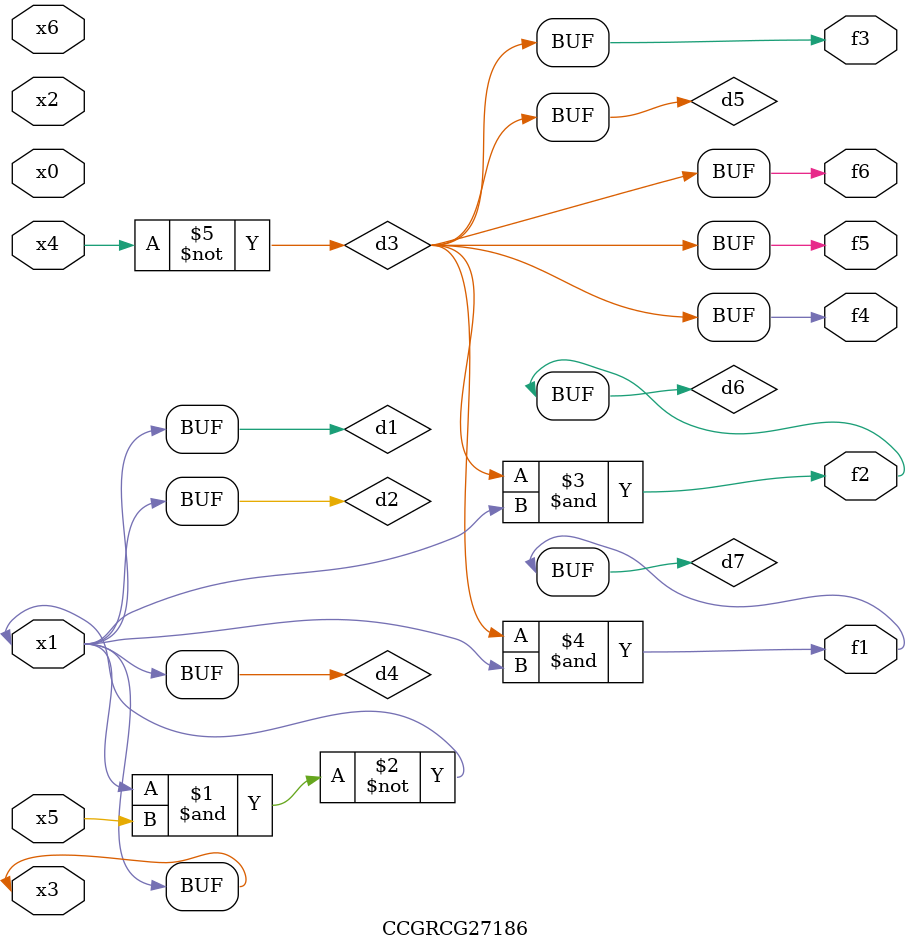
<source format=v>
module CCGRCG27186(
	input x0, x1, x2, x3, x4, x5, x6,
	output f1, f2, f3, f4, f5, f6
);

	wire d1, d2, d3, d4, d5, d6, d7;

	buf (d1, x1, x3);
	nand (d2, x1, x5);
	not (d3, x4);
	buf (d4, d1, d2);
	buf (d5, d3);
	and (d6, d3, d4);
	and (d7, d3, d4);
	assign f1 = d7;
	assign f2 = d6;
	assign f3 = d5;
	assign f4 = d5;
	assign f5 = d5;
	assign f6 = d5;
endmodule

</source>
